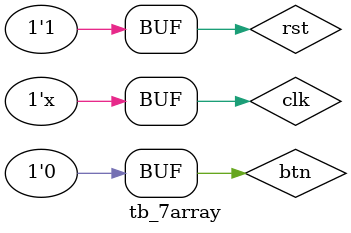
<source format=v>
`timescale 1ns / 1ps

module tb_7array();

  reg clk, rst;
  reg btn;
  wire [7:0] seg_data;
  wire [7:0] seg_sel;

  seg_array tb (clk, rst, btn, seg_data, seg_sel);

  always begin
    #5 clk = ~clk;
  end

  initial begin
    clk <= 0;
    rst <= 1;
    btn <= 0;
    #10 rst <= 0;
    #10 rst <= 1;
  end

  initial begin
    // Test case 1: Button trigger
    btn <= 0;
    #30 btn <= 1;
    #30 btn <= 0;
    #30 btn <= 1;
    #30 btn <= 0;
    #30 btn <= 1;
    #30 btn <= 0;
    #30 btn <= 1;
    #30 btn <= 0;
    #30 btn <= 1;
    #30 btn <= 0;
    #30 btn <= 1;
    #30 btn <= 0;
    #30 btn <= 1;
    #30 btn <= 0;
    #30 btn <= 1;
    #30 btn <= 0;
    #30 btn <= 1;
    #30 btn <= 0;
    #30 btn <= 1;
    #30 btn <= 0;
    #30 btn <= 1;
    #30 btn <= 0;
    #30 btn <= 1;
    #30 btn <= 0;
    #30 btn <= 1;
    #30 btn <= 0;
    #30 btn <= 1;
    #30 btn <= 0;
    #30 btn <= 1;
    #30 btn <= 0;
    #30 btn <= 1;
    #30 btn <= 0;
    #30 btn <= 1;
    #30 btn <= 0;
    #30 btn <= 1;
    #30 btn <= 0;
    #30 btn <= 1;
    #30 btn <= 0;
    #30 btn <= 1;
    #30 btn <= 0;
    #30 btn <= 1;
    #30 btn <= 0;
    #30 btn <= 1;
    #30 btn <= 0;
    #30 btn <= 1;
    #30 btn <= 0;
    #30 btn <= 1;
    #30 btn <= 0;
     
    
  end
endmodule
</source>
